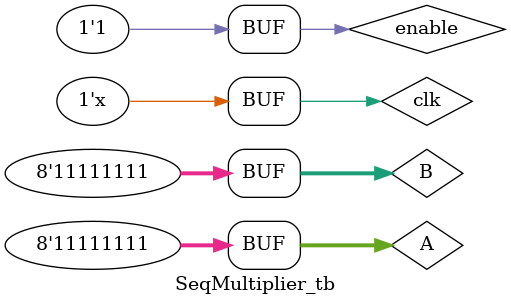
<source format=v>
`timescale 1ns / 1ps


module SeqMultiplier_tb();

// CLK 100MHz
reg clk = 1;
always #5 clk = ~clk;

// I/O & Signal
reg enable = 1'b0;
reg  [ 8-1: 0] A = 8'b0;
reg  [ 8-1: 0] B = 8'b0;
wire [16-1: 0] C;

SeqMultiplier testUnit(
    .clk(clk),
    .enable(enable),
    .A(A),
    .B(B),
    .C(C)
);

initial begin
    #20
    A = 8'd255;
    B = 8'd255;
    #40
    enable = 1'b1;
    
end

endmodule

</source>
